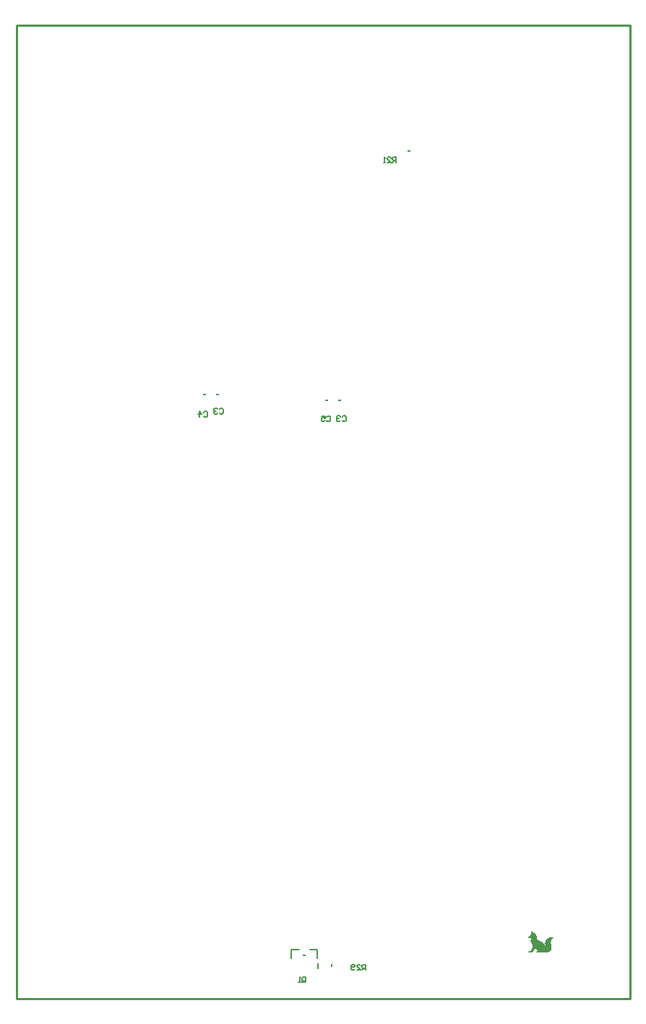
<source format=gbo>
G04*
G04 #@! TF.GenerationSoftware,Altium Limited,Altium Designer,18.1.7 (191)*
G04*
G04 Layer_Color=32896*
%FSLAX25Y25*%
%MOIN*%
G70*
G01*
G75*
%ADD13C,0.00787*%
%ADD14C,0.01000*%
%ADD15C,0.00500*%
%ADD18R,0.01575X0.00787*%
%ADD19R,0.00787X0.01575*%
%ADD141R,0.00787X0.03150*%
G36*
X266287Y30501D02*
X266333Y30478D01*
X266379Y30467D01*
X266402Y30455D01*
X266413Y30444D01*
X266504Y30375D01*
X266607Y30296D01*
X266836Y30113D01*
X266927Y30022D01*
X267007Y29942D01*
X267064Y29896D01*
X267087Y29873D01*
X267144Y29827D01*
X267167Y29805D01*
X267178Y29793D01*
X267292Y29782D01*
X267395Y29747D01*
X267475Y29713D01*
X267487Y29702D01*
X267498D01*
X267612Y29633D01*
X267726Y29553D01*
X267909Y29382D01*
X268069Y29188D01*
X268183Y29005D01*
X268274Y28822D01*
X268309Y28754D01*
X268343Y28685D01*
X268366Y28628D01*
X268377Y28583D01*
X268389Y28560D01*
Y28548D01*
X268434Y28377D01*
X268457Y28206D01*
Y28137D01*
X268469Y28080D01*
Y28034D01*
Y28023D01*
X268492Y27806D01*
X268526Y27623D01*
X268560Y27452D01*
X268606Y27303D01*
X268640Y27189D01*
X268674Y27098D01*
X268697Y27052D01*
X268708Y27029D01*
X268823Y26847D01*
X268868Y26767D01*
X268925Y26698D01*
X268971Y26653D01*
X269005Y26607D01*
X269028Y26584D01*
X269040Y26573D01*
X269108Y26516D01*
X269177Y26458D01*
X269291Y26390D01*
X269337Y26356D01*
X269371Y26344D01*
X269394Y26333D01*
X269405D01*
X269702Y26230D01*
X269965Y26116D01*
X270193Y26002D01*
X270399Y25910D01*
X270559Y25819D01*
X270627Y25773D01*
X270684Y25750D01*
X270730Y25716D01*
X270764Y25693D01*
X270776Y25682D01*
X270787D01*
X271061Y25476D01*
X271301Y25248D01*
X271506Y25019D01*
X271666Y24803D01*
X271803Y24620D01*
X271849Y24529D01*
X271895Y24460D01*
X271918Y24403D01*
X271940Y24357D01*
X271963Y24334D01*
Y24323D01*
X272032Y24186D01*
X272089Y24049D01*
X272180Y23741D01*
X272237Y23432D01*
X272283Y23124D01*
X272294Y22975D01*
X272306Y22850D01*
Y22736D01*
X272317Y22633D01*
Y22541D01*
Y22484D01*
Y22439D01*
Y22427D01*
Y22267D01*
X272307Y22142D01*
X272352Y22244D01*
X272409Y22439D01*
X272454Y22644D01*
X272488Y22827D01*
X272511Y22987D01*
Y23124D01*
X272523Y23169D01*
Y23204D01*
Y23227D01*
Y23238D01*
Y23398D01*
X272511Y23569D01*
Y23729D01*
X272488Y23877D01*
X272477Y24015D01*
X272466Y24117D01*
X272454Y24186D01*
Y24197D01*
Y24209D01*
X272431Y24357D01*
X272409Y24506D01*
X272397Y24631D01*
X272386Y24746D01*
X272374Y24837D01*
Y24905D01*
Y24951D01*
Y24962D01*
Y25134D01*
X272386Y25282D01*
X272397Y25419D01*
X272420Y25545D01*
X272431Y25636D01*
X272454Y25716D01*
X272466Y25762D01*
Y25773D01*
X272568Y26070D01*
X272694Y26344D01*
X272831Y26573D01*
X272968Y26755D01*
X273094Y26915D01*
X273197Y27018D01*
X273276Y27087D01*
X273288Y27109D01*
X273299D01*
X273562Y27292D01*
X273836Y27429D01*
X274122Y27532D01*
X274384Y27612D01*
X274510Y27646D01*
X274613Y27669D01*
X274715Y27680D01*
X274807Y27692D01*
X274875Y27703D01*
X274932Y27715D01*
X274978D01*
X275343Y27726D01*
X275515Y27715D01*
X275675Y27703D01*
X275800Y27692D01*
X275903Y27680D01*
X275972Y27669D01*
X276029D01*
X276109Y27658D01*
X276154Y27646D01*
X276177Y27635D01*
X276189Y27623D01*
X276200Y27589D01*
Y27543D01*
X276189Y27475D01*
X276154Y27418D01*
X276143Y27406D01*
Y27395D01*
X276132Y27384D01*
X275949Y27269D01*
X275789Y27144D01*
X275652Y26995D01*
X275538Y26870D01*
X275446Y26744D01*
X275378Y26641D01*
X275332Y26573D01*
X275321Y26561D01*
Y26550D01*
X275218Y26344D01*
X275138Y26127D01*
X275092Y25933D01*
X275047Y25750D01*
X275024Y25591D01*
X275012Y25465D01*
Y25419D01*
Y25385D01*
Y25362D01*
Y25351D01*
X275024Y25168D01*
X275047Y24985D01*
X275069Y24905D01*
X275081Y24848D01*
X275092Y24803D01*
Y24791D01*
X275161Y24483D01*
X275206Y24197D01*
X275252Y23935D01*
X275275Y23706D01*
Y23615D01*
X275286Y23524D01*
Y23444D01*
X275298Y23386D01*
Y23329D01*
Y23295D01*
Y23272D01*
Y23261D01*
Y23101D01*
X275286Y22941D01*
X275275Y22816D01*
X275264Y22701D01*
X275252Y22599D01*
X275241Y22530D01*
X275229Y22484D01*
Y22473D01*
X275138Y22164D01*
X275001Y21891D01*
X274841Y21651D01*
X274658Y21445D01*
X274453Y21274D01*
X274236Y21114D01*
X274019Y20988D01*
X273790Y20886D01*
X273562Y20806D01*
X273356Y20737D01*
X273162Y20680D01*
X272991Y20646D01*
X272843Y20623D01*
X272728Y20611D01*
X272694Y20600D01*
X269748D01*
X269519Y20611D01*
X269051D01*
X268937Y20623D01*
X268743D01*
X268708Y20634D01*
X268663D01*
X268549Y20680D01*
X268469Y20726D01*
X268423Y20771D01*
X268412Y20783D01*
X268389Y20840D01*
X268377Y20897D01*
Y20988D01*
X268389Y21057D01*
X268400Y21068D01*
Y21080D01*
X268423Y21114D01*
X268469Y21137D01*
X268571Y21194D01*
X268697Y21251D01*
X268834Y21297D01*
X268971Y21331D01*
X269015Y21345D01*
X267739Y22651D01*
X267715Y22610D01*
X267646Y22484D01*
X267578Y22381D01*
X267521Y22290D01*
X267475Y22222D01*
X267464Y22210D01*
Y22199D01*
X267304Y21948D01*
X267155Y21731D01*
X267030Y21536D01*
X266915Y21377D01*
X266824Y21251D01*
X266756Y21160D01*
X266710Y21102D01*
X266699Y21080D01*
X266596Y20965D01*
X266516Y20863D01*
X266436Y20794D01*
X266367Y20737D01*
X266322Y20691D01*
X266287Y20669D01*
X266265Y20646D01*
X266253D01*
X266162Y20600D01*
X265579Y20611D01*
X265385D01*
X265225Y20623D01*
X265111D01*
X265020Y20634D01*
X264974D01*
X264940Y20646D01*
X264917D01*
X264860Y20691D01*
X264803Y20737D01*
X264769Y20783D01*
X264746Y20828D01*
X264723Y20897D01*
X264711Y20920D01*
Y20931D01*
Y21000D01*
Y21057D01*
X264746Y21148D01*
X264780Y21194D01*
X264803Y21217D01*
X264871Y21274D01*
X264951Y21319D01*
X265031Y21342D01*
X265123Y21365D01*
X265202Y21377D01*
X265271Y21388D01*
X265328D01*
X265488Y21399D01*
X265602Y21445D01*
X265648Y21456D01*
X265682Y21479D01*
X265694Y21491D01*
X265705D01*
X265716Y21502D01*
X265739Y21536D01*
X265796Y21616D01*
X265854Y21685D01*
X265865Y21708D01*
X265876Y21719D01*
X265979Y21868D01*
X266059Y21993D01*
X266093Y22039D01*
X266116Y22073D01*
X266139Y22096D01*
Y22107D01*
X266230Y22290D01*
X266310Y22473D01*
X266379Y22633D01*
X266424Y22793D01*
X266470Y22918D01*
X266493Y23010D01*
X266504Y23078D01*
X266516Y23101D01*
X266539Y23204D01*
X266550Y23318D01*
X266562Y23421D01*
X266573Y23524D01*
Y23615D01*
X266584Y23683D01*
Y23741D01*
Y23752D01*
Y23855D01*
Y23946D01*
Y24026D01*
X266573Y24083D01*
Y24117D01*
X266562Y24152D01*
Y24174D01*
X266539Y24232D01*
X266504Y24311D01*
X266413Y24483D01*
X266367Y24563D01*
X266333Y24631D01*
X266310Y24677D01*
X266299Y24688D01*
X266208Y24848D01*
X266128Y24997D01*
X266059Y25134D01*
X266002Y25259D01*
X265945Y25362D01*
X265899Y25465D01*
X265854Y25545D01*
X265819Y25625D01*
X265774Y25739D01*
X265751Y25819D01*
X265728Y25865D01*
Y25876D01*
X265694Y26059D01*
Y26150D01*
Y26230D01*
Y26299D01*
Y26344D01*
Y26379D01*
Y26390D01*
X265716Y26527D01*
X265751Y26653D01*
X265796Y26778D01*
X265854Y26892D01*
X265899Y26984D01*
X265933Y27052D01*
X265968Y27109D01*
X265979Y27121D01*
X266002Y27167D01*
X266025Y27189D01*
X266048Y27235D01*
X266059Y27246D01*
X266048Y27258D01*
X266036Y27269D01*
X266025Y27281D01*
X265945Y27326D01*
X265876Y27349D01*
X265819Y27372D01*
X265796Y27384D01*
X265728Y27395D01*
X265648D01*
X265602Y27384D01*
X265579D01*
X265442Y27361D01*
X265328Y27349D01*
X265134D01*
X265066Y27361D01*
X265020Y27372D01*
X264986Y27384D01*
X264974D01*
X264883Y27418D01*
X264791Y27463D01*
X264734Y27498D01*
X264723Y27509D01*
X264711D01*
X264620Y27578D01*
X264563Y27635D01*
X264540Y27680D01*
X264529Y27692D01*
X264517Y27749D01*
Y27795D01*
X264529Y27863D01*
X264563Y27920D01*
X264574Y27932D01*
X264620Y27966D01*
X264666Y28000D01*
X264791Y28080D01*
X264860Y28103D01*
X264906Y28126D01*
X264940Y28149D01*
X264951D01*
X265134Y28240D01*
X265271Y28343D01*
X265374Y28434D01*
X265454Y28526D01*
X265511Y28605D01*
X265534Y28674D01*
X265557Y28720D01*
Y28731D01*
X265579Y28822D01*
X265602Y28891D01*
X265614Y28959D01*
X265636Y29017D01*
X265648Y29051D01*
X265659Y29085D01*
X265671Y29108D01*
X265774Y29256D01*
X265876Y29371D01*
X265922Y29405D01*
X265968Y29439D01*
X265990Y29462D01*
X266013D01*
Y29508D01*
X266002Y29576D01*
X265990Y29645D01*
X265979Y29725D01*
Y29782D01*
X265968Y29827D01*
Y29839D01*
X265956Y29942D01*
X265945Y30044D01*
Y30090D01*
X265933Y30124D01*
Y30147D01*
Y30158D01*
Y30250D01*
X265956Y30330D01*
X265968Y30387D01*
X265990Y30433D01*
X266013Y30467D01*
X266036Y30490D01*
X266048Y30501D01*
X266059D01*
X266105Y30524D01*
X266230D01*
X266287Y30501D01*
D02*
G37*
%LPC*%
G36*
X266013Y29462D02*
Y29451D01*
X266025Y29416D01*
Y29428D01*
Y29439D01*
X266013Y29462D01*
D02*
G37*
%LPD*%
D13*
X167206Y18119D02*
X167206Y22056D01*
X163859Y22056D02*
X167206Y22056D01*
X155394Y18119D02*
X155394Y22056D01*
X158741Y22056D01*
D14*
X28500Y-500D02*
Y448500D01*
Y-500D02*
X28800D01*
X311500D01*
X311500Y448500D02*
X311500Y-500D01*
X28500Y448500D02*
X311500D01*
D15*
X160334Y7417D02*
Y9083D01*
X160750Y9499D01*
X161583D01*
X162000Y9083D01*
Y7417D01*
X161583Y7000D01*
X160750D01*
X161167Y7833D02*
X160334Y7000D01*
X160750D02*
X160334Y7417D01*
X159501Y7000D02*
X158668D01*
X159084D01*
Y9499D01*
X159501Y9083D01*
X122134Y271283D02*
X122550Y271699D01*
X123383D01*
X123800Y271283D01*
Y269617D01*
X123383Y269200D01*
X122550D01*
X122134Y269617D01*
X121301Y271283D02*
X120884Y271699D01*
X120051D01*
X119635Y271283D01*
Y270866D01*
X120051Y270450D01*
X120468D01*
X120051D01*
X119635Y270033D01*
Y269617D01*
X120051Y269200D01*
X120884D01*
X121301Y269617D01*
X178734Y267883D02*
X179150Y268299D01*
X179983D01*
X180400Y267883D01*
Y266216D01*
X179983Y265800D01*
X179150D01*
X178734Y266216D01*
X177901Y267883D02*
X177484Y268299D01*
X176651D01*
X176235Y267883D01*
Y267466D01*
X176651Y267050D01*
X177068D01*
X176651D01*
X176235Y266633D01*
Y266216D01*
X176651Y265800D01*
X177484D01*
X177901Y266216D01*
X114834Y269883D02*
X115250Y270299D01*
X116084D01*
X116500Y269883D01*
Y268216D01*
X116084Y267800D01*
X115250D01*
X114834Y268216D01*
X112751Y267800D02*
Y270299D01*
X114001Y269050D01*
X112335D01*
X171634Y267783D02*
X172050Y268199D01*
X172883D01*
X173300Y267783D01*
Y266116D01*
X172883Y265700D01*
X172050D01*
X171634Y266116D01*
X169135Y268199D02*
X170801D01*
Y266950D01*
X169968Y267366D01*
X169551D01*
X169135Y266950D01*
Y266116D01*
X169551Y265700D01*
X170384D01*
X170801Y266116D01*
X203700Y385100D02*
Y387599D01*
X202450D01*
X202034Y387183D01*
Y386350D01*
X202450Y385933D01*
X203700D01*
X202867D02*
X202034Y385100D01*
X199535D02*
X201201D01*
X199535Y386766D01*
Y387183D01*
X199951Y387599D01*
X200784D01*
X201201Y387183D01*
X198702Y385100D02*
X197869D01*
X198285D01*
Y387599D01*
X198702Y387183D01*
X189600Y12700D02*
Y15199D01*
X188350D01*
X187934Y14783D01*
Y13950D01*
X188350Y13533D01*
X189600D01*
X188767D02*
X187934Y12700D01*
X185435D02*
X187101D01*
X185435Y14366D01*
Y14783D01*
X185851Y15199D01*
X186684D01*
X187101Y14783D01*
X184602Y13116D02*
X184185Y12700D01*
X183352D01*
X182936Y13116D01*
Y14783D01*
X183352Y15199D01*
X184185D01*
X184602Y14783D01*
Y14366D01*
X184185Y13950D01*
X182936D01*
D18*
X161300Y19300D02*
D03*
X121100Y278000D02*
D03*
X177700Y275500D02*
D03*
X115100Y278000D02*
D03*
X171700Y275500D02*
D03*
X209500Y390500D02*
D03*
D19*
X173800Y14800D02*
D03*
D141*
X167599Y14380D02*
D03*
M02*

</source>
